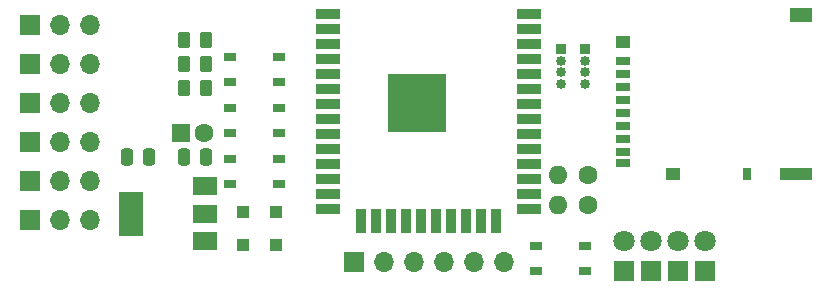
<source format=gbr>
%TF.GenerationSoftware,KiCad,Pcbnew,(6.0.4-0)*%
%TF.CreationDate,2022-09-11T17:37:58+09:00*%
%TF.ProjectId,machinev2,6d616368-696e-4657-9632-2e6b69636164,rev?*%
%TF.SameCoordinates,Original*%
%TF.FileFunction,Soldermask,Top*%
%TF.FilePolarity,Negative*%
%FSLAX46Y46*%
G04 Gerber Fmt 4.6, Leading zero omitted, Abs format (unit mm)*
G04 Created by KiCad (PCBNEW (6.0.4-0)) date 2022-09-11 17:37:58*
%MOMM*%
%LPD*%
G01*
G04 APERTURE LIST*
G04 Aperture macros list*
%AMRoundRect*
0 Rectangle with rounded corners*
0 $1 Rounding radius*
0 $2 $3 $4 $5 $6 $7 $8 $9 X,Y pos of 4 corners*
0 Add a 4 corners polygon primitive as box body*
4,1,4,$2,$3,$4,$5,$6,$7,$8,$9,$2,$3,0*
0 Add four circle primitives for the rounded corners*
1,1,$1+$1,$2,$3*
1,1,$1+$1,$4,$5*
1,1,$1+$1,$6,$7*
1,1,$1+$1,$8,$9*
0 Add four rect primitives between the rounded corners*
20,1,$1+$1,$2,$3,$4,$5,0*
20,1,$1+$1,$4,$5,$6,$7,0*
20,1,$1+$1,$6,$7,$8,$9,0*
20,1,$1+$1,$8,$9,$2,$3,0*%
G04 Aperture macros list end*
%ADD10R,1.600000X1.600000*%
%ADD11C,1.600000*%
%ADD12O,1.600000X1.600000*%
%ADD13R,1.050000X0.650000*%
%ADD14R,1.700000X1.700000*%
%ADD15O,1.700000X1.700000*%
%ADD16RoundRect,0.250000X-0.262500X-0.450000X0.262500X-0.450000X0.262500X0.450000X-0.262500X0.450000X0*%
%ADD17R,1.200000X0.700000*%
%ADD18R,0.800000X1.000000*%
%ADD19R,2.800000X1.000000*%
%ADD20R,1.900000X1.300000*%
%ADD21R,1.200000X1.000000*%
%ADD22R,1.800000X1.800000*%
%ADD23C,1.800000*%
%ADD24R,0.850000X0.850000*%
%ADD25O,0.850000X0.850000*%
%ADD26R,2.000000X0.900000*%
%ADD27R,0.900000X2.000000*%
%ADD28R,5.000000X5.000000*%
%ADD29R,1.100000X1.100000*%
%ADD30RoundRect,0.250000X-0.250000X-0.475000X0.250000X-0.475000X0.250000X0.475000X-0.250000X0.475000X0*%
%ADD31RoundRect,0.250000X0.250000X0.475000X-0.250000X0.475000X-0.250000X-0.475000X0.250000X-0.475000X0*%
%ADD32R,2.000000X1.500000*%
%ADD33R,2.000000X3.800000*%
G04 APERTURE END LIST*
D10*
%TO.C,C47uF*%
X116392888Y-94234000D03*
D11*
X118392888Y-94234000D03*
%TD*%
%TO.C,RLED2*%
X150905000Y-100330000D03*
D12*
X148365000Y-100330000D03*
%TD*%
D11*
%TO.C,RLED1*%
X150905000Y-97790000D03*
D12*
X148365000Y-97790000D03*
%TD*%
D13*
%TO.C,SW2*%
X124757000Y-98611000D03*
X120607000Y-98611000D03*
X124757000Y-96461000D03*
X120607000Y-96461000D03*
%TD*%
%TO.C,SW1*%
X124757000Y-94293000D03*
X120607000Y-94293000D03*
X124757000Y-92143000D03*
X120607000Y-92143000D03*
%TD*%
D14*
%TO.C,Serial_USB*%
X131064000Y-105156000D03*
D15*
X133604000Y-105156000D03*
X136144000Y-105156000D03*
X138684000Y-105156000D03*
X141224000Y-105156000D03*
X143764000Y-105156000D03*
%TD*%
D13*
%TO.C,RESET*%
X120607000Y-87825000D03*
X124757000Y-87825000D03*
X120607000Y-89975000D03*
X124757000Y-89975000D03*
%TD*%
D14*
%TO.C,RECIV*%
X103632000Y-88392000D03*
D15*
X106172000Y-88392000D03*
X108712000Y-88392000D03*
%TD*%
D16*
%TO.C,R10k3*%
X116689500Y-90424000D03*
X118514500Y-90424000D03*
%TD*%
%TO.C,R10k2*%
X116689500Y-88392000D03*
X118514500Y-88392000D03*
%TD*%
%TO.C,R10k1*%
X116689500Y-86360000D03*
X118514500Y-86360000D03*
%TD*%
D14*
%TO.C,PWM4*%
X103632000Y-101600000D03*
D15*
X106172000Y-101600000D03*
X108712000Y-101600000D03*
%TD*%
D14*
%TO.C,PWM3*%
X103632000Y-98298000D03*
D15*
X106172000Y-98298000D03*
X108712000Y-98298000D03*
%TD*%
D14*
%TO.C,PWM2*%
X103632000Y-94996000D03*
D15*
X106172000Y-94996000D03*
X108712000Y-94996000D03*
%TD*%
D14*
%TO.C,PWM1*%
X103632000Y-91694000D03*
D15*
X106172000Y-91694000D03*
X108712000Y-91694000D03*
%TD*%
D17*
%TO.C,microSD*%
X153819000Y-88157000D03*
X153819000Y-89257000D03*
X153819000Y-90357000D03*
X153819000Y-91457000D03*
X153819000Y-92557000D03*
X153819000Y-93657000D03*
X153819000Y-94757000D03*
X153819000Y-95857000D03*
X153819000Y-96807000D03*
D18*
X164319000Y-97757000D03*
D19*
X168469000Y-97757000D03*
D20*
X168919000Y-84257000D03*
D21*
X153819000Y-86607000D03*
X158119000Y-97757000D03*
%TD*%
D22*
%TO.C,Manual2*%
X156210000Y-105918000D03*
D23*
X156210000Y-103378000D03*
%TD*%
D22*
%TO.C,Manual1*%
X153924000Y-105918000D03*
D23*
X153924000Y-103378000D03*
%TD*%
D24*
%TO.C,I2C2*%
X150622000Y-87146000D03*
D25*
X150622000Y-88146000D03*
X150622000Y-89146000D03*
X150622000Y-90146000D03*
%TD*%
D24*
%TO.C,I2C1*%
X148590000Y-87146000D03*
D25*
X148590000Y-88146000D03*
X148590000Y-89146000D03*
X148590000Y-90146000D03*
%TD*%
D26*
%TO.C,ESP32*%
X128896000Y-84203000D03*
X128896000Y-85473000D03*
X128896000Y-86743000D03*
X128896000Y-88013000D03*
X128896000Y-89283000D03*
X128896000Y-90553000D03*
X128896000Y-91823000D03*
X128896000Y-93093000D03*
X128896000Y-94363000D03*
X128896000Y-95633000D03*
X128896000Y-96903000D03*
X128896000Y-98173000D03*
X128896000Y-99443000D03*
X128896000Y-100713000D03*
D27*
X131681000Y-101713000D03*
X132951000Y-101713000D03*
X134221000Y-101713000D03*
X135491000Y-101713000D03*
X136761000Y-101713000D03*
X138031000Y-101713000D03*
X139301000Y-101713000D03*
X140571000Y-101713000D03*
X141841000Y-101713000D03*
X143111000Y-101713000D03*
D26*
X145896000Y-100713000D03*
X145896000Y-99443000D03*
X145896000Y-98173000D03*
X145896000Y-96903000D03*
X145896000Y-95633000D03*
X145896000Y-94363000D03*
X145896000Y-93093000D03*
X145896000Y-91823000D03*
X145896000Y-90553000D03*
X145896000Y-89283000D03*
X145896000Y-88013000D03*
X145896000Y-86743000D03*
X145896000Y-85473000D03*
X145896000Y-84203000D03*
D28*
X136396000Y-91703000D03*
%TD*%
D14*
%TO.C,ESC*%
X103632000Y-85090000D03*
D15*
X106172000Y-85090000D03*
X108712000Y-85090000D03*
%TD*%
D29*
%TO.C,D2*%
X124460000Y-100962000D03*
X124460000Y-103762000D03*
%TD*%
%TO.C,D1*%
X121666000Y-100962000D03*
X121666000Y-103762000D03*
%TD*%
D30*
%TO.C,C0.1uF2*%
X111826000Y-96266000D03*
X113726000Y-96266000D03*
%TD*%
D31*
%TO.C,C0.1uF1*%
X118552000Y-96266000D03*
X116652000Y-96266000D03*
%TD*%
D13*
%TO.C,BOOT*%
X150665000Y-105977000D03*
X146515000Y-105977000D03*
X150665000Y-103827000D03*
X146515000Y-103827000D03*
%TD*%
D32*
%TO.C,AZ1117CH-3.3TRG1*%
X118466000Y-103392000D03*
D33*
X112166000Y-101092000D03*
D32*
X118466000Y-101092000D03*
X118466000Y-98792000D03*
%TD*%
D22*
%TO.C,Auto2*%
X160782000Y-105918000D03*
D23*
X160782000Y-103378000D03*
%TD*%
D22*
%TO.C,Auto1*%
X158496000Y-105918000D03*
D23*
X158496000Y-103378000D03*
%TD*%
M02*

</source>
